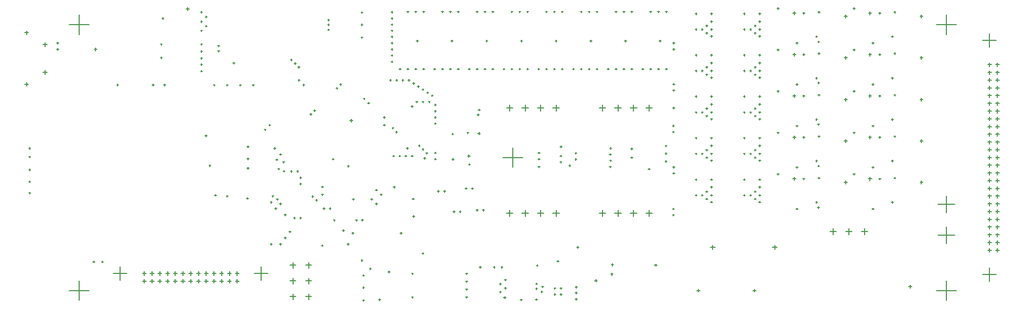
<source format=gbr>
%TF.GenerationSoftware,Altium Limited,Altium Designer,22.4.2 (48)*%
G04 Layer_Color=128*
%FSLAX45Y45*%
%MOMM*%
%TF.SameCoordinates,1579B7B8-C0FA-446B-BA7A-E71437B095E0*%
%TF.FilePolarity,Positive*%
%TF.FileFunction,Drillmap*%
%TF.Part,Single*%
G01*
G75*
%TA.AperFunction,NonConductor*%
%ADD119C,0.12700*%
D119*
X8896998Y4299999D02*
X9002998D01*
X8949998Y4246999D02*
Y4352999D01*
X9147000Y4299999D02*
X9253000D01*
X9200000Y4246999D02*
Y4352999D01*
X9397002Y4299999D02*
X9503002D01*
X9450002Y4246999D02*
Y4352999D01*
X9646999Y4299999D02*
X9752999D01*
X9699999Y4246999D02*
Y4352999D01*
X2550000Y1625000D02*
X2770000D01*
X2660000Y1515000D02*
Y1735000D01*
X4830000Y1625000D02*
X5050001D01*
X4940001Y1515000D02*
Y1735000D01*
X3020001Y1500001D02*
X3080001D01*
X3050001Y1470001D02*
Y1530001D01*
X3145000Y1500001D02*
X3205000D01*
X3175000Y1470001D02*
Y1530001D01*
X3269999Y1500001D02*
X3329998D01*
X3299998Y1470001D02*
Y1530001D01*
X3395002Y1500001D02*
X3455002D01*
X3425002Y1470001D02*
Y1530001D01*
X3520001Y1500001D02*
X3580000D01*
X3550001Y1470001D02*
Y1530001D01*
X3644999Y1500001D02*
X3704999D01*
X3674999Y1470001D02*
Y1530001D01*
X3770003Y1500001D02*
X3830002D01*
X3800003Y1470001D02*
Y1530001D01*
X3895001Y1500001D02*
X3955001D01*
X3925001Y1470001D02*
Y1530001D01*
X4020000Y1500001D02*
X4079999D01*
X4050000Y1470001D02*
Y1530001D01*
X4144998Y1500001D02*
X4204998D01*
X4174998Y1470001D02*
Y1530001D01*
X4270002Y1500001D02*
X4330001D01*
X4300002Y1470001D02*
Y1530001D01*
X4395000Y1500001D02*
X4455000D01*
X4425000Y1470001D02*
Y1530001D01*
X4519998Y1500001D02*
X4579998D01*
X4549998Y1470001D02*
Y1530001D01*
X3020002Y1625000D02*
X3080001D01*
X3050002Y1595000D02*
Y1655000D01*
X3145000Y1625000D02*
X3205000D01*
X3175000Y1595000D02*
Y1655000D01*
X3269999Y1625000D02*
X3329998D01*
X3299998Y1595000D02*
Y1655000D01*
X3395002Y1625000D02*
X3455002D01*
X3425002Y1595000D02*
Y1655000D01*
X3520000Y1625000D02*
X3580000D01*
X3550000Y1595000D02*
Y1655000D01*
X3644999Y1625000D02*
X3704999D01*
X3674999Y1595000D02*
Y1655000D01*
X3770003Y1625000D02*
X3830003D01*
X3800003Y1595000D02*
Y1655000D01*
X3895001Y1625000D02*
X3955001D01*
X3925001Y1595000D02*
Y1655000D01*
X4020000Y1625000D02*
X4079999D01*
X4050000Y1595000D02*
Y1655000D01*
X4144998Y1625000D02*
X4204998D01*
X4174998Y1595000D02*
Y1655000D01*
X4270002Y1625000D02*
X4330001D01*
X4300002Y1595000D02*
Y1655000D01*
X4395000Y1625000D02*
X4455000D01*
X4425000Y1595000D02*
Y1655000D01*
X4519999Y1625000D02*
X4579998D01*
X4549999Y1595000D02*
Y1655000D01*
X16670000Y2500000D02*
X16730000D01*
X16700000Y2470000D02*
Y2530000D01*
X16795000Y2375000D02*
X16855000D01*
X16825000Y2345000D02*
Y2405000D01*
X16795000Y2500000D02*
X16855000D01*
X16825000Y2470000D02*
Y2530000D01*
X16670000Y2250000D02*
X16730000D01*
X16700000Y2220000D02*
Y2280000D01*
X16795000Y2250000D02*
X16855000D01*
X16825000Y2220000D02*
Y2280000D01*
X16670000Y2125000D02*
X16730000D01*
X16700000Y2095000D02*
Y2155000D01*
X16795000Y2125000D02*
X16855000D01*
X16825000Y2095000D02*
Y2155000D01*
X16670000Y2375000D02*
X16730000D01*
X16700000Y2345000D02*
Y2405000D01*
X16670000Y2000000D02*
X16730000D01*
X16700000Y1970000D02*
Y2030000D01*
X16795000Y2000000D02*
X16855000D01*
X16825000Y1970000D02*
Y2030000D01*
X16589999Y1610000D02*
X16810001D01*
X16700000Y1500000D02*
Y1720000D01*
X16589999Y5390000D02*
X16810001D01*
X16700000Y5280000D02*
Y5500000D01*
X16795000Y2625000D02*
X16855000D01*
X16825000Y2595000D02*
Y2655000D01*
X16795000Y2750000D02*
X16855000D01*
X16825000Y2720000D02*
Y2780000D01*
X16795000Y2875000D02*
X16855000D01*
X16825000Y2845000D02*
Y2905000D01*
X16795000Y3000000D02*
X16855000D01*
X16825000Y2970000D02*
Y3030000D01*
X16795000Y3125000D02*
X16855000D01*
X16825000Y3095000D02*
Y3155000D01*
X16795000Y3250000D02*
X16855000D01*
X16825000Y3220000D02*
Y3280000D01*
X16795000Y3375000D02*
X16855000D01*
X16825000Y3345000D02*
Y3405000D01*
X16795000Y3500000D02*
X16855000D01*
X16825000Y3470000D02*
Y3530000D01*
X16795000Y3625000D02*
X16855000D01*
X16825000Y3595000D02*
Y3655000D01*
X16795000Y3750000D02*
X16855000D01*
X16825000Y3720000D02*
Y3780000D01*
X16795000Y3875000D02*
X16855000D01*
X16825000Y3845000D02*
Y3905000D01*
X16795000Y4000000D02*
X16855000D01*
X16825000Y3970000D02*
Y4030000D01*
X16795000Y4125000D02*
X16855000D01*
X16825000Y4095000D02*
Y4155000D01*
X16795000Y4250000D02*
X16855000D01*
X16825000Y4220000D02*
Y4280000D01*
X16795000Y4375000D02*
X16855000D01*
X16825000Y4345000D02*
Y4405000D01*
X16795000Y4500000D02*
X16855000D01*
X16825000Y4470000D02*
Y4530000D01*
X16795000Y4625000D02*
X16855000D01*
X16825000Y4595000D02*
Y4655000D01*
X16795000Y4750000D02*
X16855000D01*
X16825000Y4720000D02*
Y4780000D01*
X16795000Y4875000D02*
X16855000D01*
X16825000Y4845000D02*
Y4905000D01*
X16795000Y5000000D02*
X16855000D01*
X16825000Y4970000D02*
Y5030000D01*
X16670000Y2625000D02*
X16730000D01*
X16700000Y2595000D02*
Y2655000D01*
X16670000Y2750000D02*
X16730000D01*
X16700000Y2720000D02*
Y2780000D01*
X16670000Y2875000D02*
X16730000D01*
X16700000Y2845000D02*
Y2905000D01*
X16670000Y3000000D02*
X16730000D01*
X16700000Y2970000D02*
Y3030000D01*
X16670000Y3125000D02*
X16730000D01*
X16700000Y3095000D02*
Y3155000D01*
X16670000Y3250000D02*
X16730000D01*
X16700000Y3220000D02*
Y3280000D01*
X16670000Y3375000D02*
X16730000D01*
X16700000Y3345000D02*
Y3405000D01*
X16670000Y3500000D02*
X16730000D01*
X16700000Y3470000D02*
Y3530000D01*
X16670000Y3625000D02*
X16730000D01*
X16700000Y3595000D02*
Y3655000D01*
X16670000Y3750000D02*
X16730000D01*
X16700000Y3720000D02*
Y3780000D01*
X16670000Y3875000D02*
X16730000D01*
X16700000Y3845000D02*
Y3905000D01*
X16670000Y4000000D02*
X16730000D01*
X16700000Y3970000D02*
Y4030000D01*
X16670000Y4125000D02*
X16730000D01*
X16700000Y4095000D02*
Y4155000D01*
X16670000Y4250000D02*
X16730000D01*
X16700000Y4220000D02*
Y4280000D01*
X16670000Y4375000D02*
X16730000D01*
X16700000Y4345000D02*
Y4405000D01*
X16670000Y4500000D02*
X16730000D01*
X16700000Y4470000D02*
Y4530000D01*
X16670000Y4625000D02*
X16730000D01*
X16700000Y4595000D02*
Y4655000D01*
X16670000Y4750000D02*
X16730000D01*
X16700000Y4720000D02*
Y4780000D01*
X16670000Y4875000D02*
X16730000D01*
X16700000Y4845000D02*
Y4905000D01*
X16670000Y5000000D02*
X16730000D01*
X16700000Y4970000D02*
Y5030000D01*
X15870000Y2740000D02*
X16139999D01*
X16005000Y2605000D02*
Y2875000D01*
X15870000Y2239996D02*
X16139999D01*
X16005000Y2104996D02*
Y2374996D01*
X14125999Y2305000D02*
X14225999D01*
X14175999Y2255000D02*
Y2355000D01*
X14380000Y2305000D02*
X14480000D01*
X14430000Y2255000D02*
Y2355000D01*
X14634000Y2305000D02*
X14734000D01*
X14684000Y2255000D02*
Y2355000D01*
X11147002Y2600001D02*
X11253001D01*
X11200001Y2547001D02*
Y2653001D01*
X10897000Y2600001D02*
X11002999D01*
X10949999Y2547002D02*
Y2653001D01*
X10646998Y2600001D02*
X10752997D01*
X10699997Y2547002D02*
Y2653001D01*
X10397001Y2600001D02*
X10503000D01*
X10450000Y2547002D02*
Y2653001D01*
X11146999Y4300001D02*
X11252999D01*
X11199999Y4247001D02*
Y4353001D01*
X10897002Y4300002D02*
X11003002D01*
X10950002Y4247002D02*
Y4353001D01*
X10647000Y4300002D02*
X10753000D01*
X10700000Y4247002D02*
Y4353001D01*
X10396998Y4300002D02*
X10502998D01*
X10449998Y4247002D02*
Y4353001D01*
X8896998Y2599999D02*
X9002998D01*
X8949998Y2546999D02*
Y2652999D01*
X9147000Y2599999D02*
X9253000D01*
X9200000Y2546999D02*
Y2652999D01*
X9397002Y2599999D02*
X9503002D01*
X9450002Y2546999D02*
Y2652999D01*
X9646999Y2599999D02*
X9752999D01*
X9699999Y2546999D02*
Y2652999D01*
X1417500Y5322500D02*
X1482500D01*
X1450000Y5290000D02*
Y5355000D01*
X1417500Y4877497D02*
X1482500D01*
X1450000Y4844997D02*
Y4909998D01*
X1120001Y4682502D02*
X1180001D01*
X1150001Y4652502D02*
Y4712502D01*
X1120001Y5517501D02*
X1180001D01*
X1150001Y5487501D02*
Y5547501D01*
X5660000Y1251000D02*
X5750000D01*
X5705000Y1206000D02*
Y1296000D01*
X5406000Y1251000D02*
X5496000D01*
X5451000Y1206000D02*
Y1296000D01*
X5660000Y1505000D02*
X5750000D01*
X5705000Y1460000D02*
Y1550000D01*
X5406000Y1505000D02*
X5496000D01*
X5451000Y1460000D02*
Y1550000D01*
X5660000Y1759000D02*
X5750000D01*
X5705000Y1714000D02*
Y1804000D01*
X5406000Y1759000D02*
X5496000D01*
X5451000Y1714000D02*
Y1804000D01*
X4035000Y5775000D02*
X4065000D01*
X4050000Y5760000D02*
Y5790000D01*
X3960000Y5700000D02*
X3990000D01*
X3975000Y5685000D02*
Y5715000D01*
X4035000Y5625000D02*
X4065000D01*
X4050000Y5610000D02*
Y5640000D01*
X7285000Y3650000D02*
X7315000D01*
X7300000Y3635000D02*
Y3665000D01*
X6035000Y2675000D02*
X6065000D01*
X6050000Y2660000D02*
Y2690000D01*
X9905000Y3370000D02*
X9935000D01*
X9920000Y3355000D02*
Y3385000D01*
X11460000Y3687501D02*
X11490000D01*
X11475000Y3672501D02*
Y3702501D01*
X11460000Y3562498D02*
X11490000D01*
X11475000Y3547498D02*
Y3577498D01*
X11460000Y3437499D02*
X11490000D01*
X11475000Y3422499D02*
Y3452499D01*
X10565000Y3450000D02*
X10595000D01*
X10580000Y3435000D02*
Y3465000D01*
X10905000Y3500000D02*
X10935000D01*
X10920000Y3485000D02*
Y3515000D01*
X10905000Y3640000D02*
X10935000D01*
X10920000Y3625000D02*
Y3655000D01*
X10005000Y3570000D02*
X10035000D01*
X10020000Y3555000D02*
Y3585000D01*
X10005000Y3470000D02*
X10035000D01*
X10020000Y3455000D02*
Y3485000D01*
X3335000Y5750000D02*
X3365000D01*
X3350000Y5735000D02*
Y5765000D01*
X9410000Y3350000D02*
X9440000D01*
X9425000Y3335000D02*
Y3365000D01*
X8135000Y2625000D02*
X8165000D01*
X8150000Y2610000D02*
Y2640000D01*
X8035000Y2625000D02*
X8065000D01*
X8050000Y2610000D02*
Y2640000D01*
X5935000Y2675000D02*
X5965000D01*
X5950000Y2660000D02*
Y2690000D01*
X10325000Y1510000D02*
X10365000D01*
X10345000Y1490000D02*
Y1530000D01*
X2220000Y1815000D02*
X2250000D01*
X2235000Y1800000D02*
Y1830000D01*
X2360000Y1815000D02*
X2390000D01*
X2375000Y1800000D02*
Y1830000D01*
X5910000Y2900000D02*
X5940000D01*
X5925000Y2885000D02*
Y2915000D01*
X10035000Y2050000D02*
X10065000D01*
X10050000Y2035000D02*
Y2065000D01*
X7535000Y1950000D02*
X7565000D01*
X7550000Y1935000D02*
Y1965000D01*
X7180000Y2278661D02*
X7210000D01*
X7195000Y2263661D02*
Y2293661D01*
X6910000Y4025000D02*
X6940000D01*
X6925000Y4010000D02*
Y4040000D01*
X6910000Y4150000D02*
X6940000D01*
X6925000Y4135000D02*
Y4165000D01*
X5560000Y3075000D02*
X5590000D01*
X5575000Y3060000D02*
Y3090000D01*
X5560000Y3175000D02*
X5590000D01*
X5575000Y3160000D02*
Y3190000D01*
X6985000Y1650000D02*
X7015000D01*
X7000000Y1635000D02*
Y1665000D01*
X6685000Y1700000D02*
X6715000D01*
X6700000Y1685000D02*
Y1715000D01*
X6835000Y1200000D02*
X6865000D01*
X6850000Y1185000D02*
Y1215000D01*
X5907791Y2077209D02*
X5937791D01*
X5922791Y2062209D02*
Y2092209D01*
X7360000Y4325000D02*
X7390000D01*
X7375000Y4310000D02*
Y4340000D01*
X7435000Y4400000D02*
X7465000D01*
X7450000Y4385000D02*
Y4415000D01*
X7535000Y4400000D02*
X7565000D01*
X7550000Y4385000D02*
Y4415000D01*
X7635000Y4400000D02*
X7665000D01*
X7650000Y4385000D02*
Y4415000D01*
X4480000Y5025000D02*
X4510000D01*
X4495000Y5010000D02*
Y5040000D01*
X4165000Y4670000D02*
X4195000D01*
X4180000Y4655000D02*
Y4685000D01*
X4375000Y4670000D02*
X4405000D01*
X4390000Y4655000D02*
Y4685000D01*
X4585000Y4670000D02*
X4615000D01*
X4600000Y4655000D02*
Y4685000D01*
X4795000Y4670000D02*
X4825000D01*
X4810000Y4655000D02*
Y4685000D01*
X11580000Y3915000D02*
X11610000D01*
X11595000Y3900000D02*
Y3930000D01*
X12194999Y5570000D02*
X12224999D01*
X12209999Y5555000D02*
Y5585000D01*
X5910000Y3025000D02*
X5940000D01*
X5925000Y3010000D02*
Y3040000D01*
X4700000Y2840000D02*
X4730000D01*
X4715000Y2825000D02*
Y2855000D01*
X4375000Y2875000D02*
X4405000D01*
X4390000Y2860000D02*
Y2890000D01*
X4185000D02*
X4215000D01*
X4200000Y2875000D02*
Y2905000D01*
X4095000Y3370000D02*
X4125000D01*
X4110000Y3355000D02*
Y3385000D01*
X4030000Y3850000D02*
X4060000D01*
X4045000Y3835000D02*
Y3865000D01*
X5110000Y2875000D02*
X5140000D01*
X5125000Y2860000D02*
Y2890000D01*
X5205000Y3315000D02*
X5235000D01*
X5220000Y3300000D02*
Y3330000D01*
X4985000Y3950000D02*
X5015000D01*
X5000000Y3935000D02*
Y3965000D01*
X5060000Y4025000D02*
X5090000D01*
X5075000Y4010000D02*
Y4040000D01*
X5285000Y3425000D02*
X5315000D01*
X5300000Y3410000D02*
Y3440000D01*
X5175000Y3465000D02*
X5205000D01*
X5190000Y3450000D02*
Y3480000D01*
X5510000Y3275000D02*
X5540000D01*
X5525000Y3260000D02*
Y3290000D01*
X5410000Y3275000D02*
X5440000D01*
X5425000Y3260000D02*
Y3290000D01*
X6785000Y2975000D02*
X6815000D01*
X6800000Y2960000D02*
Y2990000D01*
X6860000Y2900000D02*
X6890000D01*
X6875000Y2885000D02*
Y2915000D01*
X7375000Y2830000D02*
X7405000D01*
X7390000Y2815000D02*
Y2845000D01*
X7070000Y3020000D02*
X7100000D01*
X7085000Y3005000D02*
Y3035000D01*
X5610000Y4675000D02*
X5640000D01*
X5625000Y4660000D02*
Y4690000D01*
X5535000Y4750000D02*
X5565000D01*
X5550000Y4735000D02*
Y4765000D01*
X6250000Y2320000D02*
X6280000D01*
X6265000Y2305000D02*
Y2335000D01*
X11585000Y4300001D02*
X11615000D01*
X11600000Y4285001D02*
Y4315001D01*
X8230000Y3000000D02*
X8260000D01*
X8245000Y2985000D02*
Y3015000D01*
X8335000Y3000000D02*
X8365000D01*
X8350000Y2985000D02*
Y3015000D01*
X7385000Y2550000D02*
X7415000D01*
X7400000Y2535000D02*
Y2565000D01*
X8410000Y2650000D02*
X8440000D01*
X8425000Y2635000D02*
Y2665000D01*
X8510000Y2650000D02*
X8540000D01*
X8525000Y2635000D02*
Y2665000D01*
X6555000Y2487300D02*
X6585000D01*
X6570000Y2472300D02*
Y2502300D01*
X6460000Y2485000D02*
X6490000D01*
X6475000Y2470000D02*
Y2500000D01*
X6405000Y2275000D02*
X6435000D01*
X6420000Y2260000D02*
Y2290000D01*
X6103447Y2485000D02*
X6133446D01*
X6118446Y2470000D02*
Y2500000D01*
X5560000Y2525000D02*
X5590000D01*
X5575000Y2510000D02*
Y2540000D01*
X5460000Y2525000D02*
X5490000D01*
X5475000Y2510000D02*
Y2540000D01*
X7735000Y4150000D02*
X7765000D01*
X7750000Y4135000D02*
Y4165000D01*
X7735000Y4050000D02*
X7765000D01*
X7750000Y4035000D02*
Y4065000D01*
X7735000Y4250000D02*
X7765000D01*
X7750000Y4235000D02*
Y4265000D01*
X7885000Y2955000D02*
X7915000D01*
X7900000Y2940000D02*
Y2970000D01*
X7785000Y2955000D02*
X7815000D01*
X7800000Y2940000D02*
Y2970000D01*
X12824998Y2890000D02*
X12854997D01*
X12839998Y2875000D02*
Y2905000D01*
X11585000Y3245000D02*
X11615000D01*
X11600000Y3230000D02*
Y3260000D01*
X7160000Y3525000D02*
X7190000D01*
X7175000Y3510000D02*
Y3540000D01*
X7060000Y3525000D02*
X7090000D01*
X7075000Y3510000D02*
Y3540000D01*
X7260000Y3525000D02*
X7290000D01*
X7275000Y3510000D02*
Y3540000D01*
X7360000Y3525000D02*
X7390000D01*
X7375000Y3510000D02*
Y3540000D01*
X8460000Y1725000D02*
X8490000D01*
X8475000Y1710000D02*
Y1740000D01*
X8810000Y1725000D02*
X8840000D01*
X8825000Y1710000D02*
Y1740000D01*
X8685000Y1725000D02*
X8715000D01*
X8700000Y1710000D02*
Y1740000D01*
X8865002Y1520002D02*
X8895002D01*
X8880002Y1505002D02*
Y1535002D01*
X15155000Y3170000D02*
X15185001D01*
X15170000Y3155000D02*
Y3185000D01*
X7977998Y4930001D02*
X8007997D01*
X7992997Y4915001D02*
Y4945001D01*
X7850998Y4930001D02*
X7880997D01*
X7865997Y4915001D02*
Y4945001D01*
X8104998Y4930001D02*
X8134997D01*
X8119997Y4915001D02*
Y4945001D01*
X7460000Y4650000D02*
X7490000D01*
X7475000Y4635000D02*
Y4665000D01*
X7210000Y4750000D02*
X7240000D01*
X7225000Y4735000D02*
Y4765000D01*
X7110000Y4750000D02*
X7140000D01*
X7125000Y4735000D02*
Y4765000D01*
X7163998Y4930001D02*
X7193998D01*
X7178998Y4915001D02*
Y4945001D01*
X11945059Y5154931D02*
X11975059D01*
X11960059Y5139931D02*
Y5169930D01*
X12194999Y5155000D02*
X12224999D01*
X12209999Y5140000D02*
Y5170000D01*
X11944999Y5825000D02*
X11974999D01*
X11959999Y5810000D02*
Y5840000D01*
X12194999Y5825000D02*
X12224999D01*
X12209999Y5810000D02*
Y5840000D01*
X12194999Y5700000D02*
X12224999D01*
X12209999Y5685000D02*
Y5715000D01*
X6785000Y2750000D02*
X6815000D01*
X6800000Y2735000D02*
Y2765000D01*
X7735000Y3575000D02*
X7765000D01*
X7750000Y3560000D02*
Y3590000D01*
X7735000Y3475000D02*
X7765000D01*
X7750000Y3460000D02*
Y3490000D01*
X12194999Y3145000D02*
X12224999D01*
X12209999Y3130000D02*
Y3160000D01*
X12194999Y3020000D02*
X12224999D01*
X12209999Y3005000D02*
Y3035000D01*
X7685000Y4500000D02*
X7715000D01*
X7700000Y4485000D02*
Y4515000D01*
X7610000Y4550000D02*
X7640000D01*
X7625000Y4535000D02*
Y4565000D01*
X7535000Y4600000D02*
X7565000D01*
X7550000Y4585000D02*
Y4615000D01*
X7385000Y4700000D02*
X7415000D01*
X7400000Y4685000D02*
Y4715000D01*
X7310000Y4750000D02*
X7340000D01*
X7325000Y4735000D02*
Y4765000D01*
X7735000Y4350000D02*
X7765000D01*
X7750000Y4335000D02*
Y4365000D01*
X7010000Y4750000D02*
X7040000D01*
X7025000Y4735000D02*
Y4765000D01*
X7035000Y5050000D02*
X7065000D01*
X7050000Y5035000D02*
Y5065000D01*
X9380000Y1755000D02*
X9410000D01*
X9395000Y1740000D02*
Y1770000D01*
X7035000Y5150000D02*
X7065000D01*
X7050000Y5135000D02*
Y5165000D01*
X7445000Y5385000D02*
X7475000D01*
X7460000Y5370000D02*
Y5400000D01*
X9125000Y5385000D02*
X9155000D01*
X9140000Y5370000D02*
Y5400000D01*
X7035000Y5250000D02*
X7065000D01*
X7050000Y5235000D02*
Y5265000D01*
X11585000Y4585000D02*
X11615000D01*
X11600000Y4570000D02*
Y4600000D01*
X7035000Y5350000D02*
X7065000D01*
X7050000Y5335000D02*
Y5365000D01*
X7035000Y5450000D02*
X7065000D01*
X7050000Y5435000D02*
Y5465000D01*
X11083997Y4930001D02*
X11113997D01*
X11098997Y4915001D02*
Y4945001D01*
X7035000Y5550000D02*
X7065000D01*
X7050000Y5535000D02*
Y5565000D01*
X7035000Y5650000D02*
X7065000D01*
X7050000Y5635000D02*
Y5665000D01*
X7035000Y5750000D02*
X7065000D01*
X7050000Y5735000D02*
Y5765000D01*
X6370000Y4100000D02*
X6420000D01*
X6395000Y4075000D02*
Y4125000D01*
X8435000Y3890000D02*
X8475000D01*
X8455000Y3870000D02*
Y3910000D01*
X1185000Y3510000D02*
X1215000D01*
X1200000Y3495000D02*
Y3525000D01*
X7544998Y5854998D02*
X7574998D01*
X7559998Y5839998D02*
Y5869998D01*
X7290998Y5854998D02*
X7320998D01*
X7305998Y5839998D02*
Y5869998D01*
X8015000Y3880000D02*
X8045000D01*
X8030000Y3865000D02*
Y3895000D01*
X8020000Y3470000D02*
X8050000D01*
X8035000Y3455000D02*
Y3485000D01*
X8970997Y5854998D02*
X9000997D01*
X8985997Y5839998D02*
Y5869998D01*
X7035000Y5850000D02*
X7065000D01*
X7050000Y5835000D02*
Y5865000D01*
X12974998Y5570000D02*
X13004997D01*
X12989998Y5555000D02*
Y5585000D01*
X12974998Y5460000D02*
X13004999D01*
X12989999Y5445000D02*
Y5475000D01*
X12724998Y5825000D02*
X12754998D01*
X12739998Y5810000D02*
Y5840000D01*
X11585000Y3345000D02*
X11615000D01*
X11600000Y3330000D02*
Y3360000D01*
X12974998Y3145000D02*
X13004997D01*
X12989998Y3130000D02*
Y3160000D01*
X6010000Y5565000D02*
X6040000D01*
X6025000Y5550000D02*
Y5580000D01*
X6010000Y5645000D02*
X6040000D01*
X6025000Y5630000D02*
Y5660000D01*
X6010000Y5725000D02*
X6040000D01*
X6025000Y5710000D02*
Y5740000D01*
X5530000Y4960000D02*
X5560000D01*
X5545000Y4945000D02*
Y4975000D01*
X5470000Y5020000D02*
X5500000D01*
X5485000Y5005000D02*
Y5035000D01*
X5410000Y5080000D02*
X5440000D01*
X5425000Y5065000D02*
Y5095000D01*
X7850998Y5854998D02*
X7880997D01*
X7865997Y5839998D02*
Y5869998D01*
X11210997Y5854998D02*
X11240997D01*
X11225997Y5839998D02*
Y5869998D01*
X7977998Y5854998D02*
X8007997D01*
X7992997Y5839998D02*
Y5869998D01*
X11337997Y5854998D02*
X11367997D01*
X11352997Y5839998D02*
Y5869998D01*
X11337997Y4930001D02*
X11367997D01*
X11352997Y4915001D02*
Y4945001D01*
X9530997Y5854998D02*
X9560997D01*
X9545997Y5839998D02*
Y5869998D01*
X10904997Y5854998D02*
X10934997D01*
X10919997Y5839998D02*
Y5869998D01*
X10090997Y5854998D02*
X10120997D01*
X10105997Y5839998D02*
Y5869998D01*
X10650997Y5854998D02*
X10680997D01*
X10665997Y5839998D02*
Y5869998D01*
X11580000Y2570000D02*
X11610000D01*
X11595000Y2555000D02*
Y2585000D01*
X11580000Y2670000D02*
X11610000D01*
X11595000Y2655000D02*
Y2685000D01*
X11580000Y4015000D02*
X11610000D01*
X11595000Y4000000D02*
Y4030000D01*
X11585000Y4685000D02*
X11615000D01*
X11600000Y4670000D02*
Y4700000D01*
X13920000Y2690000D02*
X13950000D01*
X13935001Y2675000D02*
Y2705000D01*
X13925000Y3365000D02*
X13955000D01*
X13939999Y3350000D02*
Y3380000D01*
X13920000Y4035000D02*
X13950000D01*
X13935001Y4020000D02*
Y4050000D01*
X13925000Y4705000D02*
X13955000D01*
X13939999Y4690000D02*
Y4720000D01*
X11585000Y5250000D02*
X11615000D01*
X11600000Y5235000D02*
Y5265000D01*
X11585000Y5350000D02*
X11615000D01*
X11600000Y5335000D02*
Y5365000D01*
X14495000Y5240000D02*
X14525000D01*
X14510001Y5225000D02*
Y5255000D01*
X13925000Y5370000D02*
X13955000D01*
X13939999Y5355000D02*
Y5385000D01*
X7109491Y3913275D02*
X7139491D01*
X7124491Y3898275D02*
Y3928275D01*
X7595000Y3570000D02*
X7625000D01*
X7610000Y3555000D02*
Y3585000D01*
X7535000Y3630000D02*
X7565000D01*
X7550000Y3615000D02*
Y3645000D01*
X7565000Y3490000D02*
X7595000D01*
X7580000Y3475000D02*
Y3505000D01*
X8445000Y4270000D02*
X8475000D01*
X8460000Y4255000D02*
Y4285000D01*
X7475000Y3690000D02*
X7505000D01*
X7490000Y3675000D02*
Y3705000D01*
X8425000Y4190000D02*
X8455000D01*
X8440000Y4175000D02*
Y4205000D01*
X5385000Y2300000D02*
X5415000D01*
X5400000Y2285000D02*
Y2315000D01*
X10590000Y1765000D02*
X10630000D01*
X10610000Y1745000D02*
Y1785000D01*
X10580000Y1615000D02*
X10620000D01*
X10600000Y1595000D02*
Y1635000D01*
X11290000Y1760000D02*
X11330000D01*
X11310000Y1740000D02*
Y1780000D01*
X10560000Y3350000D02*
X10590000D01*
X10575000Y3335000D02*
Y3365000D01*
X10560000Y3550000D02*
X10590000D01*
X10575000Y3535000D02*
Y3565000D01*
X10565000Y3650000D02*
X10595000D01*
X10580000Y3635000D02*
Y3665000D01*
X9765000Y3675000D02*
X9795000D01*
X9780000Y3660000D02*
Y3690000D01*
X9410000Y3575000D02*
X9440000D01*
X9425000Y3560000D02*
Y3590000D01*
X9760000Y3525000D02*
X9790000D01*
X9775000Y3510000D02*
Y3540000D01*
X9410000Y3475000D02*
X9440000D01*
X9425000Y3460000D02*
Y3490000D01*
X9760000Y3425000D02*
X9790000D01*
X9775000Y3410000D02*
Y3440000D01*
X12875000Y1349999D02*
X12925000D01*
X12900000Y1324999D02*
Y1374999D01*
X11974999Y1350000D02*
X12024999D01*
X11999999Y1325000D02*
Y1375000D01*
X10010002Y1310001D02*
X10040002D01*
X10025002Y1295001D02*
Y1325001D01*
X10010002Y1405002D02*
X10040002D01*
X10025002Y1390002D02*
Y1420001D01*
X10005002Y1210001D02*
X10045002D01*
X10025002Y1190001D02*
Y1230001D01*
X8240000Y1621491D02*
X8270000D01*
X8255000Y1606491D02*
Y1636491D01*
X8240000Y1494491D02*
X8270000D01*
X8255000Y1479491D02*
Y1509491D01*
X9120002Y1199050D02*
X9150002D01*
X9135002Y1184050D02*
Y1214050D01*
X8785002Y1325001D02*
X8815002D01*
X8800002Y1310001D02*
Y1340001D01*
X8785002Y1455001D02*
X8815002D01*
X8800002Y1440001D02*
Y1470001D01*
X8240000Y1240491D02*
X8270000D01*
X8255000Y1225491D02*
Y1255491D01*
X8240000Y1367491D02*
X8270000D01*
X8255000Y1352491D02*
Y1382491D01*
X15395000Y1410000D02*
X15445000D01*
X15420000Y1385000D02*
Y1435000D01*
X9365002Y1205001D02*
X9395002D01*
X9380002Y1190001D02*
Y1220001D01*
X8850002Y1235001D02*
X8890002D01*
X8870002Y1215001D02*
Y1255001D01*
X1635000Y5250000D02*
X1665000D01*
X1650000Y5235000D02*
Y5265000D01*
X3960000Y5215000D02*
X3990000D01*
X3975000Y5200000D02*
Y5230000D01*
X4235000Y5220000D02*
X4265000D01*
X4250000Y5205000D02*
Y5235000D01*
X4235000Y5305000D02*
X4265000D01*
X4250000Y5290000D02*
Y5320000D01*
X6710000Y2825000D02*
X6740000D01*
X6725000Y2810000D02*
Y2840000D01*
X8285000Y3390000D02*
X8315000D01*
X8300000Y3375000D02*
Y3405000D01*
X8270403Y3525002D02*
X8310403D01*
X8290403Y3505002D02*
Y3545002D01*
X8259998Y3900000D02*
X8289998D01*
X8274998Y3885000D02*
Y3915000D01*
X3310000Y5111249D02*
X3340000D01*
X3325000Y5096249D02*
Y5126249D01*
X3310000Y5331249D02*
X3340000D01*
X3325000Y5316249D02*
Y5346249D01*
X3960000Y4896248D02*
X3990000D01*
X3975000Y4881248D02*
Y4911248D01*
X3960000Y5105000D02*
X3990000D01*
X3975000Y5090000D02*
Y5120000D01*
X3960000Y5330000D02*
X3990000D01*
X3975000Y5315000D02*
Y5345000D01*
X3960000Y5550000D02*
X3990000D01*
X3975000Y5535000D02*
Y5565000D01*
X3960000Y5001252D02*
X3990000D01*
X3975000Y4986252D02*
Y5016252D01*
X3960000Y5850000D02*
X3990000D01*
X3975000Y5835000D02*
Y5865000D01*
X5290000Y3280000D02*
X5320000D01*
X5305000Y3265000D02*
Y3295000D01*
X5310000Y2575000D02*
X5340000D01*
X5325000Y2560000D02*
Y2590000D01*
X5310000Y2200000D02*
X5340000D01*
X5325000Y2185000D02*
Y2215000D01*
X5235000Y2100000D02*
X5265000D01*
X5250000Y2085000D02*
Y2115000D01*
X5085000Y2100000D02*
X5115000D01*
X5100000Y2085000D02*
Y2115000D01*
X5235000Y2750000D02*
X5265000D01*
X5250000Y2735000D02*
Y2765000D01*
X5185000Y2825000D02*
X5215000D01*
X5200000Y2810000D02*
Y2840000D01*
X5160000Y2675000D02*
X5190000D01*
X5175000Y2660000D02*
Y2690000D01*
X5085000Y2775000D02*
X5115000D01*
X5100000Y2760000D02*
Y2790000D01*
X6410000Y2825000D02*
X6440000D01*
X6425000Y2810000D02*
Y2840000D01*
X4710000Y3325000D02*
X4740000D01*
X4725000Y3310000D02*
Y3340000D01*
X4710000Y3480000D02*
X4740000D01*
X4725000Y3465000D02*
Y3495000D01*
X4710000Y3675000D02*
X4740000D01*
X4725000Y3660000D02*
Y3690000D01*
X3364998Y4675000D02*
X3394998D01*
X3379998Y4660000D02*
Y4690000D01*
X3175000Y4675000D02*
X3205000D01*
X3190000Y4660000D02*
Y4690000D01*
X2605000Y4675000D02*
X2635000D01*
X2620000Y4660000D02*
Y4690000D01*
X1185000Y3650000D02*
X1215000D01*
X1200000Y3635000D02*
Y3665000D01*
X1185000Y3300000D02*
X1215000D01*
X1200000Y3285000D02*
Y3315000D01*
X1185000Y3110000D02*
X1215000D01*
X1200000Y3095000D02*
Y3125000D01*
X1185000Y2925000D02*
X1215000D01*
X1200000Y2910000D02*
Y2940000D01*
X6585000Y4450000D02*
X6615000D01*
X6600000Y4435000D02*
Y4465000D01*
X6330000Y3360000D02*
X6360000D01*
X6345000Y3345000D02*
Y3375000D01*
X6085000Y3475000D02*
X6115000D01*
X6100000Y3460000D02*
Y3490000D01*
X5235000Y3550000D02*
X5265000D01*
X5250000Y3535000D02*
Y3565000D01*
X5140000Y3650000D02*
X5170000D01*
X5155000Y3635000D02*
Y3665000D01*
X6145000Y4620000D02*
X6175000D01*
X6160000Y4605000D02*
Y4635000D01*
X5725000Y4200000D02*
X5755000D01*
X5740000Y4185000D02*
Y4215000D01*
X6654950Y4380000D02*
X6684950D01*
X6669950Y4365000D02*
Y4395000D01*
X5815000Y2810000D02*
X5845000D01*
X5830000Y2795000D02*
Y2825000D01*
X5755000Y2870000D02*
X5785000D01*
X5770000Y2855000D02*
Y2885000D01*
X5785000Y4260000D02*
X5815000D01*
X5800000Y4245000D02*
Y4275000D01*
X6205000Y4680000D02*
X6235000D01*
X6220000Y4665000D02*
Y4695000D01*
X7050000Y3975000D02*
X7080000D01*
X7065000Y3960000D02*
Y3990000D01*
X14909805Y5835195D02*
X14939806D01*
X14924805Y5820195D02*
Y5850195D01*
X12974998Y5700000D02*
X13004997D01*
X12989998Y5685000D02*
Y5715000D01*
X15155000Y5850000D02*
X15185001D01*
X15170000Y5835000D02*
Y5865000D01*
X15114999Y5455000D02*
X15145000D01*
X15130000Y5440000D02*
Y5470000D01*
X14745000Y5835000D02*
X14795000D01*
X14770000Y5810000D02*
Y5860000D01*
X12974998Y5825000D02*
X13004997D01*
X12989998Y5810000D02*
Y5840000D01*
X14495000Y5910000D02*
X14525000D01*
X14510001Y5895000D02*
Y5925000D01*
X14800000Y5350000D02*
X14830000D01*
X14814999Y5335000D02*
Y5365000D01*
X15575000Y5780000D02*
X15625000D01*
X15600000Y5755000D02*
Y5805000D01*
X13685001Y5835000D02*
X13714999D01*
X13700000Y5820000D02*
Y5850000D01*
X13930000D02*
X13960001D01*
X13945000Y5835000D02*
Y5865000D01*
X12195000Y5460000D02*
X12225000D01*
X12210000Y5445000D02*
Y5475000D01*
X13889999Y5455000D02*
X13920000D01*
X13905000Y5440000D02*
Y5470000D01*
X13520000Y5835000D02*
X13570000D01*
X13545000Y5810000D02*
Y5860000D01*
X13270000Y5910000D02*
X13300000D01*
X13285001Y5895000D02*
Y5925000D01*
X13575096Y5350394D02*
X13605096D01*
X13590096Y5335394D02*
Y5365394D01*
X14350000Y5780000D02*
X14400000D01*
X14375000Y5755000D02*
Y5805000D01*
X14910001Y5165000D02*
X14939999D01*
X14925000Y5150000D02*
Y5180000D01*
X12974998Y5030000D02*
X13004997D01*
X12989998Y5015000D02*
Y5045000D01*
X15155000Y5180000D02*
X15185001D01*
X15170000Y5165000D02*
Y5195000D01*
X12974998Y4790000D02*
X13004999D01*
X12989999Y4775000D02*
Y4805000D01*
X15114999Y4785000D02*
X15145000D01*
X15130000Y4770000D02*
Y4800000D01*
X14745000Y5165000D02*
X14795000D01*
X14770000Y5140000D02*
Y5190000D01*
X12974998Y5155000D02*
X13004997D01*
X12989998Y5140000D02*
Y5170000D01*
X12974998Y4900000D02*
X13004997D01*
X12989998Y4885000D02*
Y4915000D01*
X14800000Y4680000D02*
X14830000D01*
X14814999Y4665000D02*
Y4695000D01*
X15575000Y5110000D02*
X15625000D01*
X15600000Y5085000D02*
Y5135000D01*
X13685001Y5165000D02*
X13714999D01*
X13700000Y5150000D02*
Y5180000D01*
X12194999Y5030000D02*
X12224999D01*
X12209999Y5015000D02*
Y5045000D01*
X13930000Y5180000D02*
X13960001D01*
X13945000Y5165000D02*
Y5195000D01*
X12195000Y4790000D02*
X12225000D01*
X12210000Y4775000D02*
Y4805000D01*
X13889999Y4785000D02*
X13920000D01*
X13905000Y4770000D02*
Y4800000D01*
X13520000Y5165000D02*
X13570000D01*
X13545000Y5140000D02*
Y5190000D01*
X13270000Y5240000D02*
X13300000D01*
X13285001Y5225000D02*
Y5255000D01*
X12194999Y4900000D02*
X12224999D01*
X12209999Y4885000D02*
Y4915000D01*
X13575096Y4680394D02*
X13605096D01*
X13590096Y4665394D02*
Y4695394D01*
X14350000Y5110000D02*
X14400000D01*
X14375000Y5085000D02*
Y5135000D01*
X14910001Y4495000D02*
X14939999D01*
X14925000Y4480000D02*
Y4510000D01*
X12974998Y4360000D02*
X13004997D01*
X12989998Y4345000D02*
Y4375000D01*
X15155000Y4510000D02*
X15185001D01*
X15170000Y4495000D02*
Y4525000D01*
X12974998Y4120000D02*
X13004999D01*
X12989999Y4105000D02*
Y4135000D01*
X15114999Y4115000D02*
X15145000D01*
X15130000Y4100000D02*
Y4130000D01*
X14745000Y4495000D02*
X14795000D01*
X14770000Y4470000D02*
Y4520000D01*
X12974998Y4485000D02*
X13004997D01*
X12989998Y4470000D02*
Y4500000D01*
X14495000Y4570000D02*
X14525000D01*
X14510001Y4555000D02*
Y4585000D01*
X12974998Y4230000D02*
X13004997D01*
X12989998Y4215000D02*
Y4245000D01*
X14800000Y4010000D02*
X14830000D01*
X14814999Y3995000D02*
Y4025000D01*
X15575000Y4440000D02*
X15625000D01*
X15600000Y4415000D02*
Y4465000D01*
X13685001Y4495000D02*
X13714999D01*
X13700000Y4480000D02*
Y4510000D01*
X12194999Y4360000D02*
X12224999D01*
X12209999Y4345000D02*
Y4375000D01*
X13930000Y4510000D02*
X13960001D01*
X13945000Y4495000D02*
Y4525000D01*
X12195000Y4120000D02*
X12225000D01*
X12210000Y4105000D02*
Y4135000D01*
X13889999Y4115000D02*
X13920000D01*
X13905000Y4100000D02*
Y4130000D01*
X13520000Y4495000D02*
X13570000D01*
X13545000Y4470000D02*
Y4520000D01*
X12194999Y4485000D02*
X12224999D01*
X12209999Y4470000D02*
Y4500000D01*
X13270000Y4570000D02*
X13300000D01*
X13285001Y4555000D02*
Y4585000D01*
X12194999Y4230000D02*
X12224999D01*
X12209999Y4215000D02*
Y4245000D01*
X13575096Y4010394D02*
X13605096D01*
X13590096Y3995394D02*
Y4025394D01*
X14350000Y4440000D02*
X14400000D01*
X14375000Y4415000D02*
Y4465000D01*
X14910001Y3825000D02*
X14939999D01*
X14925000Y3810000D02*
Y3840000D01*
X12974998Y3690000D02*
X13004997D01*
X12989998Y3675000D02*
Y3705000D01*
X15155000Y3840000D02*
X15185001D01*
X15170000Y3825000D02*
Y3855000D01*
X12974998Y3450000D02*
X13004999D01*
X12989999Y3435000D02*
Y3465000D01*
X15114999Y3445000D02*
X15145000D01*
X15130000Y3430000D02*
Y3460000D01*
X14745000Y3825000D02*
X14795000D01*
X14770000Y3800000D02*
Y3850000D01*
X12974998Y3815000D02*
X13004997D01*
X12989998Y3800000D02*
Y3830000D01*
X14495000Y3900000D02*
X14525000D01*
X14510001Y3885000D02*
Y3915000D01*
X12974998Y3560000D02*
X13004997D01*
X12989998Y3545000D02*
Y3575000D01*
X14800000Y3340000D02*
X14830000D01*
X14814999Y3325000D02*
Y3355000D01*
X15575000Y3770000D02*
X15625000D01*
X15600000Y3745000D02*
Y3795000D01*
X13685001Y3825000D02*
X13714999D01*
X13700000Y3810000D02*
Y3840000D01*
X12194999Y3690000D02*
X12224999D01*
X12209999Y3675000D02*
Y3705000D01*
X13930000Y3840000D02*
X13960001D01*
X13945000Y3825000D02*
Y3855000D01*
X12195000Y3450000D02*
X12225000D01*
X12210000Y3435000D02*
Y3465000D01*
X13889999Y3445000D02*
X13920000D01*
X13905000Y3430000D02*
Y3460000D01*
X13520000Y3825000D02*
X13570000D01*
X13545000Y3800000D02*
Y3850000D01*
X12194999Y3815000D02*
X12224999D01*
X12209999Y3800000D02*
Y3830000D01*
X13270000Y3900000D02*
X13300000D01*
X13285001Y3885000D02*
Y3915000D01*
X12194999Y3560000D02*
X12224999D01*
X12209999Y3545000D02*
Y3575000D01*
X13575000Y3340000D02*
X13605000D01*
X13589999Y3325000D02*
Y3355000D01*
X14350000Y3770000D02*
X14400000D01*
X14375000Y3745000D02*
Y3795000D01*
X6575000Y1395000D02*
X6605000D01*
X6590000Y1380000D02*
Y1410000D01*
X6575000Y1190000D02*
X6605000D01*
X6590000Y1175000D02*
Y1205000D01*
X6575000Y1595000D02*
X6605000D01*
X6590000Y1580000D02*
Y1610000D01*
X6550000Y5844999D02*
X6580000D01*
X6565000Y5830000D02*
Y5859999D01*
X6550000Y5645000D02*
X6580000D01*
X6565000Y5630000D02*
Y5660000D01*
X6550000Y5440000D02*
X6580000D01*
X6565000Y5425000D02*
Y5455000D01*
X7365000Y1621491D02*
X7395000D01*
X7380000Y1606491D02*
Y1636491D01*
X7365000Y1240491D02*
X7395000D01*
X7380000Y1225491D02*
Y1255491D01*
X6550000Y1835001D02*
X6580000D01*
X6565000Y1820001D02*
Y1850001D01*
X6325000Y2100000D02*
X6355000D01*
X6340000Y2085000D02*
Y2115000D01*
X9712502Y1822502D02*
X9742502D01*
X9727502Y1807502D02*
Y1837502D01*
X15839999Y5650000D02*
X16160001D01*
X16000000Y5490000D02*
Y5810000D01*
X9765002Y1285001D02*
X9795002D01*
X9780002Y1270001D02*
Y1300001D01*
X9665002Y1285001D02*
X9695002D01*
X9680002Y1270001D02*
Y1300001D01*
X9765002Y1385001D02*
X9795002D01*
X9780002Y1370001D02*
Y1400001D01*
X9665002Y1385001D02*
X9695002D01*
X9680002Y1370001D02*
Y1400001D01*
X8865002Y1390002D02*
X8895002D01*
X8880002Y1375002D02*
Y1405002D01*
X9455002Y1330001D02*
X9485002D01*
X9470002Y1315001D02*
Y1345001D01*
X9370002Y1380001D02*
X9400002D01*
X9385002Y1365001D02*
Y1395001D01*
X9470002Y1410001D02*
X9500002D01*
X9485002Y1395001D02*
Y1425001D01*
X9370002Y1460001D02*
X9400002D01*
X9385002Y1445001D02*
Y1475001D01*
X13195000Y2050000D02*
X13264999D01*
X13230000Y2015000D02*
Y2085000D01*
X12195000Y2050000D02*
X12265000D01*
X12230000Y2015000D02*
Y2085000D01*
X8840000Y3500000D02*
X9160000D01*
X9000000Y3340000D02*
Y3660000D01*
X11464997Y4930001D02*
X11494997D01*
X11479997Y4915001D02*
Y4945001D01*
X8843997Y4930001D02*
X8873997D01*
X8858997Y4915001D02*
Y4945001D01*
X8970997Y4930001D02*
X9000997D01*
X8985997Y4915001D02*
Y4945001D01*
X8410997Y4930001D02*
X8440997D01*
X8425997Y4915001D02*
Y4945001D01*
X8537997Y4930001D02*
X8567997D01*
X8552997Y4915001D02*
Y4945001D01*
X8664997Y4930001D02*
X8694997D01*
X8679997Y4915001D02*
Y4945001D01*
X10523997Y4930001D02*
X10553997D01*
X10538997Y4915001D02*
Y4945001D01*
X9097997Y5854998D02*
X9127997D01*
X9112997Y5839998D02*
Y5869998D01*
X10217997Y5854998D02*
X10247997D01*
X10232997Y5839998D02*
Y5869998D01*
X10344997Y5854998D02*
X10374997D01*
X10359997Y5839998D02*
Y5869998D01*
X8664997Y5854998D02*
X8694997D01*
X8679997Y5839998D02*
Y5869998D01*
X11210997Y4930001D02*
X11240997D01*
X11225997Y4915001D02*
Y4945001D01*
X11464997Y5854998D02*
X11494997D01*
X11479997Y5839998D02*
Y5869998D01*
X11364999Y5385000D02*
X11394999D01*
X11379999Y5370000D02*
Y5400000D01*
X10650997Y4930001D02*
X10680997D01*
X10665997Y4915001D02*
Y4945001D01*
X10904997Y4930001D02*
X10934997D01*
X10919997Y4915001D02*
Y4945001D01*
X10777997Y5854998D02*
X10807997D01*
X10792997Y5839998D02*
Y5869998D01*
X10804999Y5385000D02*
X10834999D01*
X10819999Y5370000D02*
Y5400000D01*
X10777997Y4930001D02*
X10807997D01*
X10792997Y4915001D02*
Y4945001D01*
X10090997Y4930001D02*
X10120997D01*
X10105997Y4915001D02*
Y4945001D01*
X10344997Y4930001D02*
X10374997D01*
X10359997Y4915001D02*
Y4945001D01*
X9963997Y4930001D02*
X9993997D01*
X9978997Y4915001D02*
Y4945001D01*
X10245000Y5385000D02*
X10275000D01*
X10260000Y5370000D02*
Y5400000D01*
X10217997Y4930001D02*
X10247997D01*
X10232997Y4915001D02*
Y4945001D01*
X9530997Y4930001D02*
X9560997D01*
X9545997Y4915001D02*
Y4945001D01*
X9784997Y4930001D02*
X9814997D01*
X9799997Y4915001D02*
Y4945001D01*
X9657997Y5854998D02*
X9687997D01*
X9672997Y5839998D02*
Y5869998D01*
X9784997Y5854998D02*
X9814997D01*
X9799997Y5839998D02*
Y5869998D01*
X9403997Y4930001D02*
X9433997D01*
X9418997Y4915001D02*
Y4945001D01*
X9685000Y5385000D02*
X9715000D01*
X9700000Y5370000D02*
Y5400000D01*
X9657997Y4930001D02*
X9687997D01*
X9672997Y4915001D02*
Y4945001D01*
X9224997Y4930001D02*
X9254997D01*
X9239997Y4915001D02*
Y4945001D01*
X9224997Y5854998D02*
X9254997D01*
X9239997Y5839998D02*
Y5869998D01*
X9097997Y4930001D02*
X9127997D01*
X9112997Y4915001D02*
Y4945001D01*
X8537997Y5854998D02*
X8567997D01*
X8552997Y5839998D02*
Y5869998D01*
X8283997Y4930001D02*
X8313997D01*
X8298997Y4915001D02*
Y4945001D01*
X8565000Y5385000D02*
X8595000D01*
X8580000Y5370000D02*
Y5400000D01*
X8410997Y5854998D02*
X8440997D01*
X8425997Y5839998D02*
Y5869998D01*
X8104998Y5854998D02*
X8134997D01*
X8119997Y5839998D02*
Y5869998D01*
X7723998Y4930001D02*
X7753997D01*
X7738997Y4915001D02*
Y4945001D01*
X8005000Y5385000D02*
X8035000D01*
X8020000Y5370000D02*
Y5400000D01*
X11185002Y3312501D02*
X11215001D01*
X11200001Y3297501D02*
Y3327501D01*
X3725000Y5900000D02*
X3775000D01*
X3750000Y5875000D02*
Y5925000D01*
X7417998Y5854998D02*
X7447998D01*
X7432998Y5839998D02*
Y5869998D01*
X2240000Y5250000D02*
X2290000D01*
X2265000Y5225000D02*
Y5275000D01*
X1635000Y5350000D02*
X1665000D01*
X1650000Y5335000D02*
Y5365000D01*
X14910001Y3155000D02*
X14939999D01*
X14925000Y3140000D02*
Y3170000D01*
X7417998Y4930001D02*
X7447998D01*
X7432998Y4915001D02*
Y4945001D01*
X7544998Y4930001D02*
X7574998D01*
X7559998Y4915001D02*
Y4945001D01*
X7290998Y4930001D02*
X7320998D01*
X7305998Y4915001D02*
Y4945001D01*
X13519904Y3154606D02*
X13569904D01*
X13544904Y3129606D02*
Y3179606D01*
X13574925Y2670135D02*
X13604926D01*
X13589925Y2655135D02*
Y2685135D01*
X12724998Y3145000D02*
X12754998D01*
X12739998Y3130000D02*
Y3160000D01*
X12044999Y2890000D02*
X12074999D01*
X12059999Y2875000D02*
Y2905000D01*
X12194999Y2890000D02*
X12224999D01*
X12209999Y2875000D02*
Y2905000D01*
X12195000Y2780000D02*
X12225000D01*
X12210000Y2765000D02*
Y2795000D01*
X11944999Y2890000D02*
X11974999D01*
X11959999Y2875000D02*
Y2905000D01*
X12120000Y2830000D02*
X12150000D01*
X12135000Y2815000D02*
Y2845000D01*
X11944999Y3145000D02*
X11974999D01*
X11959999Y3130000D02*
Y3160000D01*
X12119999Y2950000D02*
X12149999D01*
X12134999Y2935000D02*
Y2965000D01*
X12974998Y3020000D02*
X13004997D01*
X12989998Y3005000D02*
Y3035000D01*
X12974998Y2890000D02*
X13004997D01*
X12989998Y2875000D02*
Y2905000D01*
X12974998Y2780000D02*
X13004999D01*
X12989999Y2765000D02*
Y2795000D01*
X12724998Y2890000D02*
X12754998D01*
X12739998Y2875000D02*
Y2905000D01*
X12899998Y2830000D02*
X12929999D01*
X12914999Y2815000D02*
Y2845000D01*
X12899998Y2950000D02*
X12929997D01*
X12914998Y2935000D02*
Y2965000D01*
X12044999Y3560000D02*
X12074999D01*
X12059999Y3545000D02*
Y3575000D01*
X11944999Y3560000D02*
X11974999D01*
X11959999Y3545000D02*
Y3575000D01*
X12120000Y3500000D02*
X12150000D01*
X12135000Y3485000D02*
Y3515000D01*
X11944999Y3815000D02*
X11974999D01*
X11959999Y3800000D02*
Y3830000D01*
X12119999Y3620000D02*
X12149999D01*
X12134999Y3605000D02*
Y3635000D01*
X12824998Y3560000D02*
X12854997D01*
X12839998Y3545000D02*
Y3575000D01*
X12724998Y3560000D02*
X12754998D01*
X12739998Y3545000D02*
Y3575000D01*
X12899998Y3500000D02*
X12929999D01*
X12914999Y3485000D02*
Y3515000D01*
X12724998Y3815000D02*
X12754998D01*
X12739998Y3800000D02*
Y3830000D01*
X12899998Y3620000D02*
X12929997D01*
X12914998Y3605000D02*
Y3635000D01*
X12044999Y4230000D02*
X12074999D01*
X12059999Y4215000D02*
Y4245000D01*
X11944999Y4230000D02*
X11974999D01*
X11959999Y4215000D02*
Y4245000D01*
X12120000Y4170000D02*
X12150000D01*
X12135000Y4155000D02*
Y4185000D01*
X11944999Y4485000D02*
X11974999D01*
X11959999Y4470000D02*
Y4500000D01*
X12119999Y4290000D02*
X12149999D01*
X12134999Y4275000D02*
Y4305000D01*
X12824998Y4230000D02*
X12854997D01*
X12839998Y4215000D02*
Y4245000D01*
X12724998Y4230000D02*
X12754998D01*
X12739998Y4215000D02*
Y4245000D01*
X12899998Y4170000D02*
X12929999D01*
X12914999Y4155000D02*
Y4185000D01*
X12724998Y4485000D02*
X12754998D01*
X12739998Y4470000D02*
Y4500000D01*
X12899998Y4290000D02*
X12929997D01*
X12914998Y4275000D02*
Y4305000D01*
X12044999Y4900000D02*
X12074999D01*
X12059999Y4885000D02*
Y4915000D01*
X11944999Y4900000D02*
X11974999D01*
X11959999Y4885000D02*
Y4915000D01*
X12120000Y4840000D02*
X12150000D01*
X12135000Y4825000D02*
Y4855000D01*
X12119999Y4960000D02*
X12149999D01*
X12134999Y4945000D02*
Y4975000D01*
X12824998Y4900000D02*
X12854997D01*
X12839998Y4885000D02*
Y4915000D01*
X12724998Y4900000D02*
X12754998D01*
X12739998Y4885000D02*
Y4915000D01*
X12899998Y4840000D02*
X12929999D01*
X12914999Y4825000D02*
Y4855000D01*
X12724998Y5155000D02*
X12754998D01*
X12739998Y5140000D02*
Y5170000D01*
X12899998Y4960000D02*
X12929997D01*
X12914998Y4945000D02*
Y4975000D01*
X12044999Y5570000D02*
X12074999D01*
X12059999Y5555000D02*
Y5585000D01*
X11944999Y5570000D02*
X11974999D01*
X11959999Y5555000D02*
Y5585000D01*
X12120000Y5510000D02*
X12150000D01*
X12135000Y5495000D02*
Y5525000D01*
X12119999Y5630000D02*
X12149999D01*
X12134999Y5615000D02*
Y5645000D01*
X12899998Y5510000D02*
X12929999D01*
X12914999Y5495000D02*
Y5525000D01*
X12899998Y5630000D02*
X12929997D01*
X12914998Y5615000D02*
Y5645000D01*
X12824998Y5570000D02*
X12854997D01*
X12839998Y5555000D02*
Y5585000D01*
X12724998Y5570000D02*
X12754998D01*
X12739998Y5555000D02*
Y5585000D01*
X14350000Y3100000D02*
X14400000D01*
X14375000Y3075000D02*
Y3125000D01*
X13270000Y3230000D02*
X13300000D01*
X13285001Y3215000D02*
Y3245000D01*
X13889999Y2775000D02*
X13920000D01*
X13905000Y2760000D02*
Y2790000D01*
X13930000Y3170000D02*
X13960001D01*
X13945000Y3155000D02*
Y3185000D01*
X13685001Y3155000D02*
X13714999D01*
X13700000Y3140000D02*
Y3170000D01*
X15575000Y3100000D02*
X15625000D01*
X15600000Y3075000D02*
Y3125000D01*
X14800000Y2670000D02*
X14830000D01*
X14814999Y2655000D02*
Y2685000D01*
X14739999Y3155000D02*
X14800000D01*
X14770000Y3125000D02*
Y3185000D01*
X14495000Y3230000D02*
X14525000D01*
X14510001Y3215000D02*
Y3245000D01*
X15114999Y2775000D02*
X15145000D01*
X15130000Y2760000D02*
Y2790000D01*
X15839999Y1350000D02*
X16160001D01*
X16000000Y1190000D02*
Y1510000D01*
X1840000Y5650000D02*
X2160000D01*
X2000000Y5490000D02*
Y5810000D01*
X1840000Y1350000D02*
X2160000D01*
X2000000Y1190000D02*
Y1510000D01*
%TF.MD5,cc113f9f9defdab75b010be211873555*%
M02*

</source>
